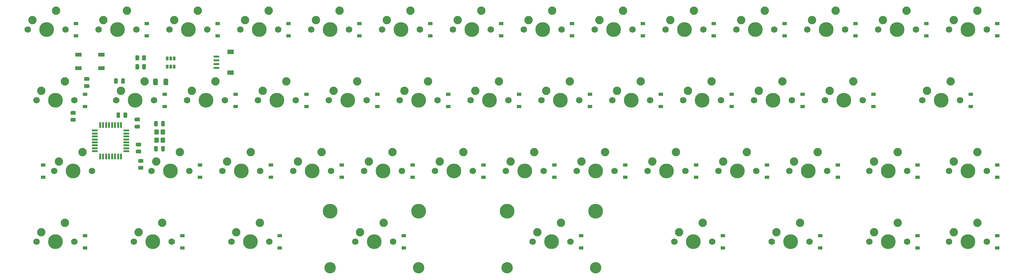
<source format=gbs>
G04 #@! TF.GenerationSoftware,KiCad,Pcbnew,5.1.10*
G04 #@! TF.CreationDate,2021-06-29T01:20:19+09:00*
G04 #@! TF.ProjectId,bakeneko40,62616b65-6e65-46b6-9f34-302e6b696361,rev?*
G04 #@! TF.SameCoordinates,Original*
G04 #@! TF.FileFunction,Soldermask,Bot*
G04 #@! TF.FilePolarity,Negative*
%FSLAX46Y46*%
G04 Gerber Fmt 4.6, Leading zero omitted, Abs format (unit mm)*
G04 Created by KiCad (PCBNEW 5.1.10) date 2021-06-29 01:20:19*
%MOMM*%
%LPD*%
G01*
G04 APERTURE LIST*
%ADD10C,2.250000*%
%ADD11C,3.987800*%
%ADD12C,1.750000*%
%ADD13R,1.600000X0.550000*%
%ADD14R,0.550000X1.600000*%
%ADD15R,0.650000X1.060000*%
%ADD16C,3.048000*%
%ADD17R,1.550000X0.600000*%
%ADD18R,1.800000X1.200000*%
%ADD19R,1.200000X1.400000*%
%ADD20R,1.800000X1.100000*%
%ADD21R,1.200000X0.900000*%
G04 APERTURE END LIST*
D10*
G04 #@! TO.C,MX16*
X51752500Y-71120000D03*
D11*
X49212500Y-76200000D03*
D10*
X45402500Y-73660000D03*
D12*
X44132500Y-76200000D03*
X54292500Y-76200000D03*
G04 #@! TD*
D10*
G04 #@! TO.C,MX2*
X46990000Y-52070000D03*
D11*
X44450000Y-57150000D03*
D10*
X40640000Y-54610000D03*
D12*
X39370000Y-57150000D03*
X49530000Y-57150000D03*
G04 #@! TD*
G04 #@! TO.C,C4*
G36*
G01*
X49325000Y-82770000D02*
X50275000Y-82770000D01*
G75*
G02*
X50525000Y-83020000I0J-250000D01*
G01*
X50525000Y-83520000D01*
G75*
G02*
X50275000Y-83770000I-250000J0D01*
G01*
X49325000Y-83770000D01*
G75*
G02*
X49075000Y-83520000I0J250000D01*
G01*
X49075000Y-83020000D01*
G75*
G02*
X49325000Y-82770000I250000J0D01*
G01*
G37*
G36*
G01*
X49325000Y-80870000D02*
X50275000Y-80870000D01*
G75*
G02*
X50525000Y-81120000I0J-250000D01*
G01*
X50525000Y-81620000D01*
G75*
G02*
X50275000Y-81870000I-250000J0D01*
G01*
X49325000Y-81870000D01*
G75*
G02*
X49075000Y-81620000I0J250000D01*
G01*
X49075000Y-81120000D01*
G75*
G02*
X49325000Y-80870000I250000J0D01*
G01*
G37*
G04 #@! TD*
D13*
G04 #@! TO.C,U1*
X46850000Y-84320000D03*
X46850000Y-85120000D03*
X46850000Y-85920000D03*
X46850000Y-86720000D03*
X46850000Y-87520000D03*
X46850000Y-88320000D03*
X46850000Y-89120000D03*
X46850000Y-89920000D03*
D14*
X45400000Y-91370000D03*
X44600000Y-91370000D03*
X43800000Y-91370000D03*
X43000000Y-91370000D03*
X42200000Y-91370000D03*
X41400000Y-91370000D03*
X40600000Y-91370000D03*
X39800000Y-91370000D03*
D13*
X38350000Y-89920000D03*
X38350000Y-89120000D03*
X38350000Y-88320000D03*
X38350000Y-87520000D03*
X38350000Y-86720000D03*
X38350000Y-85920000D03*
X38350000Y-85120000D03*
X38350000Y-84320000D03*
D14*
X39800000Y-82870000D03*
X40600000Y-82870000D03*
X41400000Y-82870000D03*
X42200000Y-82870000D03*
X43000000Y-82870000D03*
X43800000Y-82870000D03*
X44600000Y-82870000D03*
X45400000Y-82870000D03*
G04 #@! TD*
G04 #@! TO.C,C5*
G36*
G01*
X43550000Y-71475000D02*
X43550000Y-70525000D01*
G75*
G02*
X43800000Y-70275000I250000J0D01*
G01*
X44300000Y-70275000D01*
G75*
G02*
X44550000Y-70525000I0J-250000D01*
G01*
X44550000Y-71475000D01*
G75*
G02*
X44300000Y-71725000I-250000J0D01*
G01*
X43800000Y-71725000D01*
G75*
G02*
X43550000Y-71475000I0J250000D01*
G01*
G37*
G36*
G01*
X45450000Y-71475000D02*
X45450000Y-70525000D01*
G75*
G02*
X45700000Y-70275000I250000J0D01*
G01*
X46200000Y-70275000D01*
G75*
G02*
X46450000Y-70525000I0J-250000D01*
G01*
X46450000Y-71475000D01*
G75*
G02*
X46200000Y-71725000I-250000J0D01*
G01*
X45700000Y-71725000D01*
G75*
G02*
X45450000Y-71475000I0J250000D01*
G01*
G37*
G04 #@! TD*
D10*
G04 #@! TO.C,MX29*
X61277500Y-90170000D03*
D11*
X58737500Y-95250000D03*
D10*
X54927500Y-92710000D03*
D12*
X53657500Y-95250000D03*
X63817500Y-95250000D03*
G04 #@! TD*
D10*
G04 #@! TO.C,MX3*
X66040000Y-52070000D03*
D11*
X63500000Y-57150000D03*
D10*
X59690000Y-54610000D03*
D12*
X58420000Y-57150000D03*
X68580000Y-57150000D03*
G04 #@! TD*
D15*
G04 #@! TO.C,U2*
X58774999Y-67109811D03*
X57824999Y-67109811D03*
X59724999Y-67109811D03*
X59724999Y-64909811D03*
X58774999Y-64909811D03*
X57824999Y-64909811D03*
G04 #@! TD*
G04 #@! TO.C,R4*
G36*
G01*
X32099998Y-80912500D02*
X33000002Y-80912500D01*
G75*
G02*
X33250000Y-81162498I0J-249998D01*
G01*
X33250000Y-81687502D01*
G75*
G02*
X33000002Y-81937500I-249998J0D01*
G01*
X32099998Y-81937500D01*
G75*
G02*
X31850000Y-81687502I0J249998D01*
G01*
X31850000Y-81162498D01*
G75*
G02*
X32099998Y-80912500I249998J0D01*
G01*
G37*
G36*
G01*
X32099998Y-79087500D02*
X33000002Y-79087500D01*
G75*
G02*
X33250000Y-79337498I0J-249998D01*
G01*
X33250000Y-79862502D01*
G75*
G02*
X33000002Y-80112500I-249998J0D01*
G01*
X32099998Y-80112500D01*
G75*
G02*
X31850000Y-79862502I0J249998D01*
G01*
X31850000Y-79337498D01*
G75*
G02*
X32099998Y-79087500I249998J0D01*
G01*
G37*
G04 #@! TD*
D10*
G04 #@! TO.C,MX45*
X163671250Y-109220000D03*
D11*
X161131250Y-114300000D03*
D10*
X157321250Y-111760000D03*
D12*
X156051250Y-114300000D03*
X166211250Y-114300000D03*
D16*
X149225000Y-121285000D03*
X173037500Y-121285000D03*
D11*
X149225000Y-106045000D03*
X173037500Y-106045000D03*
G04 #@! TD*
D17*
G04 #@! TO.C,J1*
X71025000Y-66450000D03*
X71025000Y-67450000D03*
X71025000Y-65450000D03*
X71025000Y-64450000D03*
D18*
X74900000Y-63150000D03*
X74900000Y-68750000D03*
G04 #@! TD*
D10*
G04 #@! TO.C,MX35*
X175577500Y-90170000D03*
D11*
X173037500Y-95250000D03*
D10*
X169227500Y-92710000D03*
D12*
X167957500Y-95250000D03*
X178117500Y-95250000D03*
G04 #@! TD*
D10*
G04 #@! TO.C,MX44*
X116046250Y-109220000D03*
D11*
X113506250Y-114300000D03*
D10*
X109696250Y-111760000D03*
D12*
X108426250Y-114300000D03*
X118586250Y-114300000D03*
D16*
X101600000Y-121285000D03*
X125412500Y-121285000D03*
D11*
X101600000Y-106045000D03*
X125412500Y-106045000D03*
G04 #@! TD*
D10*
G04 #@! TO.C,MX32*
X118427500Y-90170000D03*
D11*
X115887500Y-95250000D03*
D10*
X112077500Y-92710000D03*
D12*
X110807500Y-95250000D03*
X120967500Y-95250000D03*
G04 #@! TD*
D10*
G04 #@! TO.C,MX41*
X30321250Y-109220000D03*
D11*
X27781250Y-114300000D03*
D10*
X23971250Y-111760000D03*
D12*
X22701250Y-114300000D03*
X32861250Y-114300000D03*
G04 #@! TD*
D10*
G04 #@! TO.C,MX49*
X275590000Y-109220000D03*
D11*
X273050000Y-114300000D03*
D10*
X269240000Y-111760000D03*
D12*
X267970000Y-114300000D03*
X278130000Y-114300000D03*
G04 #@! TD*
D10*
G04 #@! TO.C,MX21*
X147002500Y-71120000D03*
D11*
X144462500Y-76200000D03*
D10*
X140652500Y-73660000D03*
D12*
X139382500Y-76200000D03*
X149542500Y-76200000D03*
G04 #@! TD*
D10*
G04 #@! TO.C,MX14*
X275590000Y-52070000D03*
D11*
X273050000Y-57150000D03*
D10*
X269240000Y-54610000D03*
D12*
X267970000Y-57150000D03*
X278130000Y-57150000D03*
G04 #@! TD*
D10*
G04 #@! TO.C,MX30*
X80327500Y-90170000D03*
D11*
X77787500Y-95250000D03*
D10*
X73977500Y-92710000D03*
D12*
X72707500Y-95250000D03*
X82867500Y-95250000D03*
G04 #@! TD*
D10*
G04 #@! TO.C,MX42*
X56515000Y-109220000D03*
D11*
X53975000Y-114300000D03*
D10*
X50165000Y-111760000D03*
D12*
X48895000Y-114300000D03*
X59055000Y-114300000D03*
G04 #@! TD*
D19*
G04 #@! TO.C,Y1*
X56635000Y-84755000D03*
X56635000Y-86955000D03*
X54935000Y-86955000D03*
X54935000Y-84755000D03*
G04 #@! TD*
D20*
G04 #@! TO.C,SW1*
X33975000Y-63875000D03*
X40175000Y-67575000D03*
X33975000Y-67575000D03*
X40175000Y-63875000D03*
G04 #@! TD*
G04 #@! TO.C,R3*
G36*
G01*
X51081250Y-67593752D02*
X51081250Y-66693748D01*
G75*
G02*
X51331248Y-66443750I249998J0D01*
G01*
X51856252Y-66443750D01*
G75*
G02*
X52106250Y-66693748I0J-249998D01*
G01*
X52106250Y-67593752D01*
G75*
G02*
X51856252Y-67843750I-249998J0D01*
G01*
X51331248Y-67843750D01*
G75*
G02*
X51081250Y-67593752I0J249998D01*
G01*
G37*
G36*
G01*
X49256250Y-67593650D02*
X49256250Y-66693850D01*
G75*
G02*
X49506350Y-66443750I250100J0D01*
G01*
X50031150Y-66443750D01*
G75*
G02*
X50281250Y-66693850I0J-250100D01*
G01*
X50281250Y-67593650D01*
G75*
G02*
X50031150Y-67843750I-250100J0D01*
G01*
X49506350Y-67843750D01*
G75*
G02*
X49256250Y-67593650I0J250100D01*
G01*
G37*
G04 #@! TD*
G04 #@! TO.C,R2*
G36*
G01*
X49256250Y-65212400D02*
X49256250Y-64312600D01*
G75*
G02*
X49506350Y-64062500I250100J0D01*
G01*
X50031150Y-64062500D01*
G75*
G02*
X50281250Y-64312600I0J-250100D01*
G01*
X50281250Y-65212400D01*
G75*
G02*
X50031150Y-65462500I-250100J0D01*
G01*
X49506350Y-65462500D01*
G75*
G02*
X49256250Y-65212400I0J250100D01*
G01*
G37*
G36*
G01*
X51081250Y-65212502D02*
X51081250Y-64312498D01*
G75*
G02*
X51331248Y-64062500I249998J0D01*
G01*
X51856252Y-64062500D01*
G75*
G02*
X52106250Y-64312498I0J-249998D01*
G01*
X52106250Y-65212502D01*
G75*
G02*
X51856252Y-65462500I-249998J0D01*
G01*
X51331248Y-65462500D01*
G75*
G02*
X51081250Y-65212502I0J249998D01*
G01*
G37*
G04 #@! TD*
G04 #@! TO.C,R1*
G36*
G01*
X50279998Y-93840000D02*
X51180002Y-93840000D01*
G75*
G02*
X51430000Y-94089998I0J-249998D01*
G01*
X51430000Y-94615002D01*
G75*
G02*
X51180002Y-94865000I-249998J0D01*
G01*
X50279998Y-94865000D01*
G75*
G02*
X50030000Y-94615002I0J249998D01*
G01*
X50030000Y-94089998D01*
G75*
G02*
X50279998Y-93840000I249998J0D01*
G01*
G37*
G36*
G01*
X50279998Y-92015000D02*
X51180002Y-92015000D01*
G75*
G02*
X51430000Y-92264998I0J-249998D01*
G01*
X51430000Y-92790002D01*
G75*
G02*
X51180002Y-93040000I-249998J0D01*
G01*
X50279998Y-93040000D01*
G75*
G02*
X50030000Y-92790002I0J249998D01*
G01*
X50030000Y-92264998D01*
G75*
G02*
X50279998Y-92015000I249998J0D01*
G01*
G37*
G04 #@! TD*
D10*
G04 #@! TO.C,MX48*
X254158750Y-109220000D03*
D11*
X251618750Y-114300000D03*
D10*
X247808750Y-111760000D03*
D12*
X246538750Y-114300000D03*
X256698750Y-114300000D03*
G04 #@! TD*
D10*
G04 #@! TO.C,MX47*
X227965000Y-109220000D03*
D11*
X225425000Y-114300000D03*
D10*
X221615000Y-111760000D03*
D12*
X220345000Y-114300000D03*
X230505000Y-114300000D03*
G04 #@! TD*
D10*
G04 #@! TO.C,MX46*
X201771250Y-109220000D03*
D11*
X199231250Y-114300000D03*
D10*
X195421250Y-111760000D03*
D12*
X194151250Y-114300000D03*
X204311250Y-114300000D03*
G04 #@! TD*
D10*
G04 #@! TO.C,MX43*
X82708750Y-109220000D03*
D11*
X80168750Y-114300000D03*
D10*
X76358750Y-111760000D03*
D12*
X75088750Y-114300000D03*
X85248750Y-114300000D03*
G04 #@! TD*
D10*
G04 #@! TO.C,MX40*
X275590000Y-90170000D03*
D11*
X273050000Y-95250000D03*
D10*
X269240000Y-92710000D03*
D12*
X267970000Y-95250000D03*
X278130000Y-95250000D03*
G04 #@! TD*
D10*
G04 #@! TO.C,MX39*
X254158750Y-90170000D03*
D11*
X251618750Y-95250000D03*
D10*
X247808750Y-92710000D03*
D12*
X246538750Y-95250000D03*
X256698750Y-95250000D03*
G04 #@! TD*
D10*
G04 #@! TO.C,MX38*
X232727500Y-90170000D03*
D11*
X230187500Y-95250000D03*
D10*
X226377500Y-92710000D03*
D12*
X225107500Y-95250000D03*
X235267500Y-95250000D03*
G04 #@! TD*
D10*
G04 #@! TO.C,MX37*
X213677500Y-90170000D03*
D11*
X211137500Y-95250000D03*
D10*
X207327500Y-92710000D03*
D12*
X206057500Y-95250000D03*
X216217500Y-95250000D03*
G04 #@! TD*
D10*
G04 #@! TO.C,MX36*
X194627500Y-90170000D03*
D11*
X192087500Y-95250000D03*
D10*
X188277500Y-92710000D03*
D12*
X187007500Y-95250000D03*
X197167500Y-95250000D03*
G04 #@! TD*
D10*
G04 #@! TO.C,MX34*
X156527500Y-90170000D03*
D11*
X153987500Y-95250000D03*
D10*
X150177500Y-92710000D03*
D12*
X148907500Y-95250000D03*
X159067500Y-95250000D03*
G04 #@! TD*
D10*
G04 #@! TO.C,MX33*
X137477500Y-90170000D03*
D11*
X134937500Y-95250000D03*
D10*
X131127500Y-92710000D03*
D12*
X129857500Y-95250000D03*
X140017500Y-95250000D03*
G04 #@! TD*
D10*
G04 #@! TO.C,MX31*
X99377500Y-90170000D03*
D11*
X96837500Y-95250000D03*
D10*
X93027500Y-92710000D03*
D12*
X91757500Y-95250000D03*
X101917500Y-95250000D03*
G04 #@! TD*
D10*
G04 #@! TO.C,MX28*
X35083750Y-90170000D03*
D11*
X32543750Y-95250000D03*
D10*
X28733750Y-92710000D03*
D12*
X27463750Y-95250000D03*
X37623750Y-95250000D03*
G04 #@! TD*
D10*
G04 #@! TO.C,MX27*
X268446250Y-71120000D03*
D11*
X265906250Y-76200000D03*
D10*
X262096250Y-73660000D03*
D12*
X260826250Y-76200000D03*
X270986250Y-76200000D03*
G04 #@! TD*
D10*
G04 #@! TO.C,MX26*
X242252500Y-71120000D03*
D11*
X239712500Y-76200000D03*
D10*
X235902500Y-73660000D03*
D12*
X234632500Y-76200000D03*
X244792500Y-76200000D03*
G04 #@! TD*
D10*
G04 #@! TO.C,MX25*
X223202500Y-71120000D03*
D11*
X220662500Y-76200000D03*
D10*
X216852500Y-73660000D03*
D12*
X215582500Y-76200000D03*
X225742500Y-76200000D03*
G04 #@! TD*
D10*
G04 #@! TO.C,MX24*
X204152500Y-71120000D03*
D11*
X201612500Y-76200000D03*
D10*
X197802500Y-73660000D03*
D12*
X196532500Y-76200000D03*
X206692500Y-76200000D03*
G04 #@! TD*
D10*
G04 #@! TO.C,MX23*
X185102500Y-71120000D03*
D11*
X182562500Y-76200000D03*
D10*
X178752500Y-73660000D03*
D12*
X177482500Y-76200000D03*
X187642500Y-76200000D03*
G04 #@! TD*
D10*
G04 #@! TO.C,MX22*
X166052500Y-71120000D03*
D11*
X163512500Y-76200000D03*
D10*
X159702500Y-73660000D03*
D12*
X158432500Y-76200000D03*
X168592500Y-76200000D03*
G04 #@! TD*
D10*
G04 #@! TO.C,MX20*
X127952500Y-71120000D03*
D11*
X125412500Y-76200000D03*
D10*
X121602500Y-73660000D03*
D12*
X120332500Y-76200000D03*
X130492500Y-76200000D03*
G04 #@! TD*
D10*
G04 #@! TO.C,MX19*
X108902500Y-71120000D03*
D11*
X106362500Y-76200000D03*
D10*
X102552500Y-73660000D03*
D12*
X101282500Y-76200000D03*
X111442500Y-76200000D03*
G04 #@! TD*
D10*
G04 #@! TO.C,MX18*
X89852500Y-71120000D03*
D11*
X87312500Y-76200000D03*
D10*
X83502500Y-73660000D03*
D12*
X82232500Y-76200000D03*
X92392500Y-76200000D03*
G04 #@! TD*
D10*
G04 #@! TO.C,MX17*
X70802500Y-71120000D03*
D11*
X68262500Y-76200000D03*
D10*
X64452500Y-73660000D03*
D12*
X63182500Y-76200000D03*
X73342500Y-76200000D03*
G04 #@! TD*
D10*
G04 #@! TO.C,MX15*
X30321250Y-71120000D03*
D11*
X27781250Y-76200000D03*
D10*
X23971250Y-73660000D03*
D12*
X22701250Y-76200000D03*
X32861250Y-76200000D03*
G04 #@! TD*
D10*
G04 #@! TO.C,MX13*
X256540000Y-52070000D03*
D11*
X254000000Y-57150000D03*
D10*
X250190000Y-54610000D03*
D12*
X248920000Y-57150000D03*
X259080000Y-57150000D03*
G04 #@! TD*
D10*
G04 #@! TO.C,MX12*
X237490000Y-52070000D03*
D11*
X234950000Y-57150000D03*
D10*
X231140000Y-54610000D03*
D12*
X229870000Y-57150000D03*
X240030000Y-57150000D03*
G04 #@! TD*
D10*
G04 #@! TO.C,MX11*
X218440000Y-52070000D03*
D11*
X215900000Y-57150000D03*
D10*
X212090000Y-54610000D03*
D12*
X210820000Y-57150000D03*
X220980000Y-57150000D03*
G04 #@! TD*
D10*
G04 #@! TO.C,MX10*
X199390000Y-52070000D03*
D11*
X196850000Y-57150000D03*
D10*
X193040000Y-54610000D03*
D12*
X191770000Y-57150000D03*
X201930000Y-57150000D03*
G04 #@! TD*
D10*
G04 #@! TO.C,MX9*
X180340000Y-52070000D03*
D11*
X177800000Y-57150000D03*
D10*
X173990000Y-54610000D03*
D12*
X172720000Y-57150000D03*
X182880000Y-57150000D03*
G04 #@! TD*
D10*
G04 #@! TO.C,MX8*
X161290000Y-52070000D03*
D11*
X158750000Y-57150000D03*
D10*
X154940000Y-54610000D03*
D12*
X153670000Y-57150000D03*
X163830000Y-57150000D03*
G04 #@! TD*
D10*
G04 #@! TO.C,MX7*
X142240000Y-52070000D03*
D11*
X139700000Y-57150000D03*
D10*
X135890000Y-54610000D03*
D12*
X134620000Y-57150000D03*
X144780000Y-57150000D03*
G04 #@! TD*
D10*
G04 #@! TO.C,MX6*
X123190000Y-52070000D03*
D11*
X120650000Y-57150000D03*
D10*
X116840000Y-54610000D03*
D12*
X115570000Y-57150000D03*
X125730000Y-57150000D03*
G04 #@! TD*
D10*
G04 #@! TO.C,MX5*
X104140000Y-52070000D03*
D11*
X101600000Y-57150000D03*
D10*
X97790000Y-54610000D03*
D12*
X96520000Y-57150000D03*
X106680000Y-57150000D03*
G04 #@! TD*
D10*
G04 #@! TO.C,MX4*
X85090000Y-52070000D03*
D11*
X82550000Y-57150000D03*
D10*
X78740000Y-54610000D03*
D12*
X77470000Y-57150000D03*
X87630000Y-57150000D03*
G04 #@! TD*
D10*
G04 #@! TO.C,MX1*
X27940000Y-52070000D03*
D11*
X25400000Y-57150000D03*
D10*
X21590000Y-54610000D03*
D12*
X20320000Y-57150000D03*
X30480000Y-57150000D03*
G04 #@! TD*
G04 #@! TO.C,F1*
G36*
G01*
X56875000Y-71875000D02*
X56875000Y-70625000D01*
G75*
G02*
X57125000Y-70375000I250000J0D01*
G01*
X57875000Y-70375000D01*
G75*
G02*
X58125000Y-70625000I0J-250000D01*
G01*
X58125000Y-71875000D01*
G75*
G02*
X57875000Y-72125000I-250000J0D01*
G01*
X57125000Y-72125000D01*
G75*
G02*
X56875000Y-71875000I0J250000D01*
G01*
G37*
G36*
G01*
X54075000Y-71875000D02*
X54075000Y-70625000D01*
G75*
G02*
X54325000Y-70375000I250000J0D01*
G01*
X55075000Y-70375000D01*
G75*
G02*
X55325000Y-70625000I0J-250000D01*
G01*
X55325000Y-71875000D01*
G75*
G02*
X55075000Y-72125000I-250000J0D01*
G01*
X54325000Y-72125000D01*
G75*
G02*
X54075000Y-71875000I0J250000D01*
G01*
G37*
G04 #@! TD*
D21*
G04 #@! TO.C,D49*
X280987500Y-112650000D03*
X280987500Y-115950000D03*
G04 #@! TD*
G04 #@! TO.C,D48*
X259556250Y-112650000D03*
X259556250Y-115950000D03*
G04 #@! TD*
G04 #@! TO.C,D47*
X233362500Y-112650000D03*
X233362500Y-115950000D03*
G04 #@! TD*
G04 #@! TO.C,D46*
X207168750Y-112650000D03*
X207168750Y-115950000D03*
G04 #@! TD*
G04 #@! TO.C,D45*
X169068750Y-112650000D03*
X169068750Y-115950000D03*
G04 #@! TD*
G04 #@! TO.C,D44*
X121443750Y-112650000D03*
X121443750Y-115950000D03*
G04 #@! TD*
G04 #@! TO.C,D43*
X88106250Y-112650000D03*
X88106250Y-115950000D03*
G04 #@! TD*
G04 #@! TO.C,D42*
X61912500Y-112650000D03*
X61912500Y-115950000D03*
G04 #@! TD*
G04 #@! TO.C,D41*
X35718750Y-112650000D03*
X35718750Y-115950000D03*
G04 #@! TD*
G04 #@! TO.C,D40*
X280987500Y-93600000D03*
X280987500Y-96900000D03*
G04 #@! TD*
G04 #@! TO.C,D39*
X259556250Y-93600000D03*
X259556250Y-96900000D03*
G04 #@! TD*
G04 #@! TO.C,D38*
X238125000Y-93600000D03*
X238125000Y-96900000D03*
G04 #@! TD*
G04 #@! TO.C,D37*
X219075000Y-93600000D03*
X219075000Y-96900000D03*
G04 #@! TD*
G04 #@! TO.C,D36*
X200025000Y-93600000D03*
X200025000Y-96900000D03*
G04 #@! TD*
G04 #@! TO.C,D35*
X180975000Y-93600000D03*
X180975000Y-96900000D03*
G04 #@! TD*
G04 #@! TO.C,D34*
X161925000Y-93600000D03*
X161925000Y-96900000D03*
G04 #@! TD*
G04 #@! TO.C,D33*
X142875000Y-93600000D03*
X142875000Y-96900000D03*
G04 #@! TD*
G04 #@! TO.C,D32*
X123825000Y-93600000D03*
X123825000Y-96900000D03*
G04 #@! TD*
G04 #@! TO.C,D31*
X104775000Y-93600000D03*
X104775000Y-96900000D03*
G04 #@! TD*
G04 #@! TO.C,D30*
X85725000Y-93600000D03*
X85725000Y-96900000D03*
G04 #@! TD*
G04 #@! TO.C,D29*
X66675000Y-93600000D03*
X66675000Y-96900000D03*
G04 #@! TD*
G04 #@! TO.C,D28*
X24500000Y-93600000D03*
X24500000Y-96900000D03*
G04 #@! TD*
G04 #@! TO.C,D27*
X273843750Y-74550000D03*
X273843750Y-77850000D03*
G04 #@! TD*
G04 #@! TO.C,D26*
X247650000Y-74550000D03*
X247650000Y-77850000D03*
G04 #@! TD*
G04 #@! TO.C,D25*
X228600000Y-74550000D03*
X228600000Y-77850000D03*
G04 #@! TD*
G04 #@! TO.C,D24*
X209550000Y-74550000D03*
X209550000Y-77850000D03*
G04 #@! TD*
G04 #@! TO.C,D23*
X190500000Y-74550000D03*
X190500000Y-77850000D03*
G04 #@! TD*
G04 #@! TO.C,D22*
X171450000Y-74550000D03*
X171450000Y-77850000D03*
G04 #@! TD*
G04 #@! TO.C,D21*
X152400000Y-74550000D03*
X152400000Y-77850000D03*
G04 #@! TD*
G04 #@! TO.C,D20*
X133350000Y-74550000D03*
X133350000Y-77850000D03*
G04 #@! TD*
G04 #@! TO.C,D19*
X114300000Y-74550000D03*
X114300000Y-77850000D03*
G04 #@! TD*
G04 #@! TO.C,D18*
X95250000Y-74550000D03*
X95250000Y-77850000D03*
G04 #@! TD*
G04 #@! TO.C,D17*
X76200000Y-74550000D03*
X76200000Y-77850000D03*
G04 #@! TD*
G04 #@! TO.C,D16*
X57150000Y-74550000D03*
X57150000Y-77850000D03*
G04 #@! TD*
G04 #@! TO.C,D15*
X35718750Y-74550000D03*
X35718750Y-77850000D03*
G04 #@! TD*
G04 #@! TO.C,D14*
X280987500Y-55500000D03*
X280987500Y-58800000D03*
G04 #@! TD*
G04 #@! TO.C,D13*
X261937500Y-55500000D03*
X261937500Y-58800000D03*
G04 #@! TD*
G04 #@! TO.C,D12*
X242887500Y-55500000D03*
X242887500Y-58800000D03*
G04 #@! TD*
G04 #@! TO.C,D11*
X223837500Y-55500000D03*
X223837500Y-58800000D03*
G04 #@! TD*
G04 #@! TO.C,D10*
X204787500Y-55500000D03*
X204787500Y-58800000D03*
G04 #@! TD*
G04 #@! TO.C,D9*
X185737500Y-55500000D03*
X185737500Y-58800000D03*
G04 #@! TD*
G04 #@! TO.C,D8*
X166687500Y-55500000D03*
X166687500Y-58800000D03*
G04 #@! TD*
G04 #@! TO.C,D7*
X147637500Y-55500000D03*
X147637500Y-58800000D03*
G04 #@! TD*
G04 #@! TO.C,D6*
X128587500Y-55500000D03*
X128587500Y-58800000D03*
G04 #@! TD*
G04 #@! TO.C,D5*
X109537500Y-55500000D03*
X109537500Y-58800000D03*
G04 #@! TD*
G04 #@! TO.C,D4*
X90487500Y-55500000D03*
X90487500Y-58800000D03*
G04 #@! TD*
G04 #@! TO.C,D3*
X71437500Y-55500000D03*
X71437500Y-58800000D03*
G04 #@! TD*
G04 #@! TO.C,D2*
X52387500Y-55500000D03*
X52387500Y-58800000D03*
G04 #@! TD*
G04 #@! TO.C,D1*
X33337500Y-55500000D03*
X33337500Y-58800000D03*
G04 #@! TD*
G04 #@! TO.C,C7*
G36*
G01*
X54310000Y-89705000D02*
X54310000Y-88755000D01*
G75*
G02*
X54560000Y-88505000I250000J0D01*
G01*
X55060000Y-88505000D01*
G75*
G02*
X55310000Y-88755000I0J-250000D01*
G01*
X55310000Y-89705000D01*
G75*
G02*
X55060000Y-89955000I-250000J0D01*
G01*
X54560000Y-89955000D01*
G75*
G02*
X54310000Y-89705000I0J250000D01*
G01*
G37*
G36*
G01*
X56210000Y-89705000D02*
X56210000Y-88755000D01*
G75*
G02*
X56460000Y-88505000I250000J0D01*
G01*
X56960000Y-88505000D01*
G75*
G02*
X57210000Y-88755000I0J-250000D01*
G01*
X57210000Y-89705000D01*
G75*
G02*
X56960000Y-89955000I-250000J0D01*
G01*
X56460000Y-89955000D01*
G75*
G02*
X56210000Y-89705000I0J250000D01*
G01*
G37*
G04 #@! TD*
G04 #@! TO.C,C6*
G36*
G01*
X54310000Y-82955000D02*
X54310000Y-82005000D01*
G75*
G02*
X54560000Y-81755000I250000J0D01*
G01*
X55060000Y-81755000D01*
G75*
G02*
X55310000Y-82005000I0J-250000D01*
G01*
X55310000Y-82955000D01*
G75*
G02*
X55060000Y-83205000I-250000J0D01*
G01*
X54560000Y-83205000D01*
G75*
G02*
X54310000Y-82955000I0J250000D01*
G01*
G37*
G36*
G01*
X56210000Y-82955000D02*
X56210000Y-82005000D01*
G75*
G02*
X56460000Y-81755000I250000J0D01*
G01*
X56960000Y-81755000D01*
G75*
G02*
X57210000Y-82005000I0J-250000D01*
G01*
X57210000Y-82955000D01*
G75*
G02*
X56960000Y-83205000I-250000J0D01*
G01*
X56460000Y-83205000D01*
G75*
G02*
X56210000Y-82955000I0J250000D01*
G01*
G37*
G04 #@! TD*
G04 #@! TO.C,C3*
G36*
G01*
X49655000Y-87600000D02*
X50605000Y-87600000D01*
G75*
G02*
X50855000Y-87850000I0J-250000D01*
G01*
X50855000Y-88350000D01*
G75*
G02*
X50605000Y-88600000I-250000J0D01*
G01*
X49655000Y-88600000D01*
G75*
G02*
X49405000Y-88350000I0J250000D01*
G01*
X49405000Y-87850000D01*
G75*
G02*
X49655000Y-87600000I250000J0D01*
G01*
G37*
G36*
G01*
X49655000Y-89500000D02*
X50605000Y-89500000D01*
G75*
G02*
X50855000Y-89750000I0J-250000D01*
G01*
X50855000Y-90250000D01*
G75*
G02*
X50605000Y-90500000I-250000J0D01*
G01*
X49655000Y-90500000D01*
G75*
G02*
X49405000Y-90250000I0J250000D01*
G01*
X49405000Y-89750000D01*
G75*
G02*
X49655000Y-89500000I250000J0D01*
G01*
G37*
G04 #@! TD*
G04 #@! TO.C,C2*
G36*
G01*
X46090000Y-80645000D02*
X46090000Y-79695000D01*
G75*
G02*
X46340000Y-79445000I250000J0D01*
G01*
X46840000Y-79445000D01*
G75*
G02*
X47090000Y-79695000I0J-250000D01*
G01*
X47090000Y-80645000D01*
G75*
G02*
X46840000Y-80895000I-250000J0D01*
G01*
X46340000Y-80895000D01*
G75*
G02*
X46090000Y-80645000I0J250000D01*
G01*
G37*
G36*
G01*
X44190000Y-80645000D02*
X44190000Y-79695000D01*
G75*
G02*
X44440000Y-79445000I250000J0D01*
G01*
X44940000Y-79445000D01*
G75*
G02*
X45190000Y-79695000I0J-250000D01*
G01*
X45190000Y-80645000D01*
G75*
G02*
X44940000Y-80895000I-250000J0D01*
G01*
X44440000Y-80895000D01*
G75*
G02*
X44190000Y-80645000I0J250000D01*
G01*
G37*
G04 #@! TD*
G04 #@! TO.C,C1*
G36*
G01*
X36675000Y-70950000D02*
X35725000Y-70950000D01*
G75*
G02*
X35475000Y-70700000I0J250000D01*
G01*
X35475000Y-70200000D01*
G75*
G02*
X35725000Y-69950000I250000J0D01*
G01*
X36675000Y-69950000D01*
G75*
G02*
X36925000Y-70200000I0J-250000D01*
G01*
X36925000Y-70700000D01*
G75*
G02*
X36675000Y-70950000I-250000J0D01*
G01*
G37*
G36*
G01*
X36675000Y-72850000D02*
X35725000Y-72850000D01*
G75*
G02*
X35475000Y-72600000I0J250000D01*
G01*
X35475000Y-72100000D01*
G75*
G02*
X35725000Y-71850000I250000J0D01*
G01*
X36675000Y-71850000D01*
G75*
G02*
X36925000Y-72100000I0J-250000D01*
G01*
X36925000Y-72600000D01*
G75*
G02*
X36675000Y-72850000I-250000J0D01*
G01*
G37*
G04 #@! TD*
M02*

</source>
